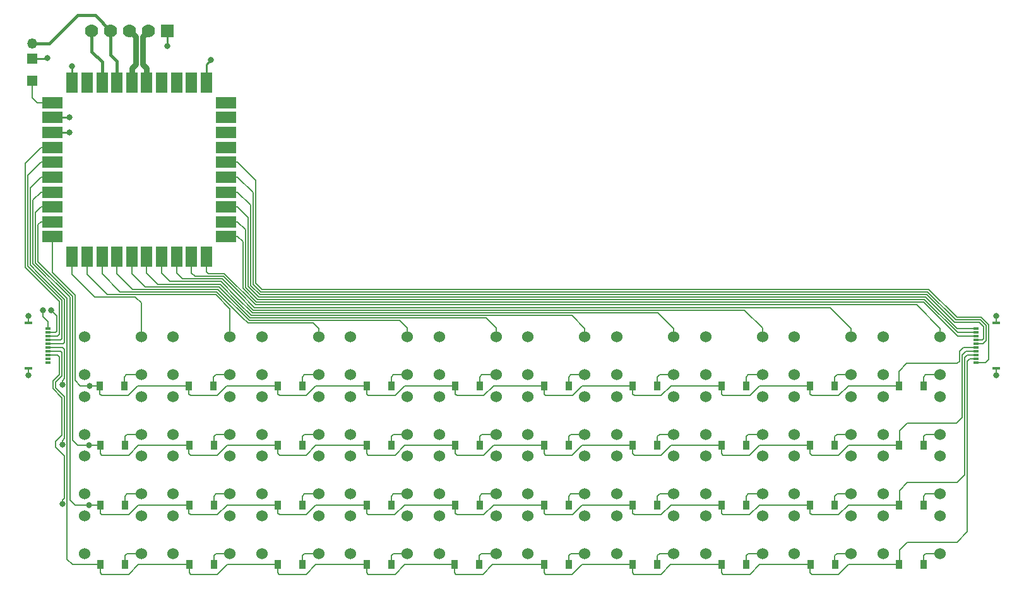
<source format=gbr>
%TF.GenerationSoftware,KiCad,Pcbnew,(6.0.4)*%
%TF.CreationDate,2022-10-14T21:38:42-05:00*%
%TF.ProjectId,Calculator_PCB _V2,43616c63-756c-4617-946f-725f50434220,rev?*%
%TF.SameCoordinates,Original*%
%TF.FileFunction,Copper,L2,Bot*%
%TF.FilePolarity,Positive*%
%FSLAX46Y46*%
G04 Gerber Fmt 4.6, Leading zero omitted, Abs format (unit mm)*
G04 Created by KiCad (PCBNEW (6.0.4)) date 2022-10-14 21:38:42*
%MOMM*%
%LPD*%
G01*
G04 APERTURE LIST*
%TA.AperFunction,ComponentPad*%
%ADD10C,1.524000*%
%TD*%
%TA.AperFunction,SMDPad,CuDef*%
%ADD11R,0.900000X1.200000*%
%TD*%
%TA.AperFunction,SMDPad,CuDef*%
%ADD12R,0.700000X0.300000*%
%TD*%
%TA.AperFunction,SMDPad,CuDef*%
%ADD13R,1.000000X0.300000*%
%TD*%
%TA.AperFunction,ComponentPad*%
%ADD14R,1.350000X1.350000*%
%TD*%
%TA.AperFunction,SMDPad,CuDef*%
%ADD15R,2.800000X1.500000*%
%TD*%
%TA.AperFunction,SMDPad,CuDef*%
%ADD16R,1.500000X2.800000*%
%TD*%
%TA.AperFunction,ComponentPad*%
%ADD17O,1.350000X1.350000*%
%TD*%
%TA.AperFunction,ComponentPad*%
%ADD18R,1.778000X1.778000*%
%TD*%
%TA.AperFunction,ComponentPad*%
%ADD19C,1.778000*%
%TD*%
%TA.AperFunction,ViaPad*%
%ADD20C,0.800000*%
%TD*%
%TA.AperFunction,Conductor*%
%ADD21C,0.800000*%
%TD*%
%TA.AperFunction,Conductor*%
%ADD22C,0.250000*%
%TD*%
%TA.AperFunction,Conductor*%
%ADD23C,0.200000*%
%TD*%
%TA.AperFunction,Conductor*%
%ADD24C,0.150000*%
%TD*%
%TA.AperFunction,Conductor*%
%ADD25C,0.400000*%
%TD*%
G04 APERTURE END LIST*
D10*
%TO.P,SW12,1,A*%
%TO.N,Net-(D12-Pad2)*%
X110090000Y-138540000D03*
X117710000Y-138540000D03*
%TO.P,SW12,2,B*%
%TO.N,/Col5*%
X117710000Y-133460000D03*
X110090000Y-133460000D03*
%TD*%
%TO.P,SW39,1,A*%
%TO.N,Net-(D39-Pad2)*%
X201010000Y-130540000D03*
X193390000Y-130540000D03*
%TO.P,SW39,2,B*%
%TO.N,/Col12*%
X201010000Y-125460000D03*
X193390000Y-125460000D03*
%TD*%
%TO.P,SW2,1,A*%
%TO.N,Net-(D2-Pad2)*%
X93910000Y-122540000D03*
X86290000Y-122540000D03*
%TO.P,SW2,2,B*%
%TO.N,/Col3*%
X86290000Y-117460000D03*
X93910000Y-117460000D03*
%TD*%
%TO.P,SW30,1,A*%
%TO.N,Net-(D30-Pad2)*%
X177210000Y-122540000D03*
X169590000Y-122540000D03*
%TO.P,SW30,2,B*%
%TO.N,/Col10*%
X169590000Y-117460000D03*
X177210000Y-117460000D03*
%TD*%
%TO.P,SW1,1,A*%
%TO.N,Net-(D1-Pad2)*%
X93910000Y-114540000D03*
X86290000Y-114540000D03*
%TO.P,SW1,2,B*%
%TO.N,/Col3*%
X86290000Y-109460000D03*
X93910000Y-109460000D03*
%TD*%
%TO.P,SW4,1,A*%
%TO.N,Net-(D4-Pad2)*%
X86290000Y-138540000D03*
X93910000Y-138540000D03*
%TO.P,SW4,2,B*%
%TO.N,/Col3*%
X86290000Y-133460000D03*
X93910000Y-133460000D03*
%TD*%
%TO.P,SW8,1,A*%
%TO.N,Net-(D8-Pad2)*%
X105810000Y-138540000D03*
X98190000Y-138540000D03*
%TO.P,SW8,2,B*%
%TO.N,/Col4*%
X98190000Y-133460000D03*
X105810000Y-133460000D03*
%TD*%
%TO.P,SW33,1,A*%
%TO.N,Net-(D33-Pad2)*%
X189110000Y-114540000D03*
X181490000Y-114540000D03*
%TO.P,SW33,2,B*%
%TO.N,/Col11*%
X181490000Y-109460000D03*
X189110000Y-109460000D03*
%TD*%
%TO.P,SW26,1,A*%
%TO.N,Net-(D26-Pad2)*%
X157690000Y-122540000D03*
X165310000Y-122540000D03*
%TO.P,SW26,2,B*%
%TO.N,/Col9*%
X165310000Y-117460000D03*
X157690000Y-117460000D03*
%TD*%
%TO.P,SW6,1,A*%
%TO.N,Net-(D6-Pad2)*%
X105810000Y-122540000D03*
X98190000Y-122540000D03*
%TO.P,SW6,2,B*%
%TO.N,/Col4*%
X105810000Y-117460000D03*
X98190000Y-117460000D03*
%TD*%
%TO.P,SW17,1,A*%
%TO.N,Net-(D17-Pad2)*%
X141510000Y-114540000D03*
X133890000Y-114540000D03*
%TO.P,SW17,2,B*%
%TO.N,/Col7*%
X133890000Y-109460000D03*
X141510000Y-109460000D03*
%TD*%
%TO.P,SW11,1,A*%
%TO.N,Net-(D11-Pad2)*%
X117710000Y-130540000D03*
X110090000Y-130540000D03*
%TO.P,SW11,2,B*%
%TO.N,/Col5*%
X117710000Y-125460000D03*
X110090000Y-125460000D03*
%TD*%
%TO.P,SW20,1,A*%
%TO.N,Net-(D20-Pad2)*%
X133890000Y-138540000D03*
X141510000Y-138540000D03*
%TO.P,SW20,2,B*%
%TO.N,/Col7*%
X141510000Y-133460000D03*
X133890000Y-133460000D03*
%TD*%
%TO.P,SW10,1,A*%
%TO.N,Net-(D10-Pad2)*%
X117710000Y-122540000D03*
X110090000Y-122540000D03*
%TO.P,SW10,2,B*%
%TO.N,/Col5*%
X117710000Y-117460000D03*
X110090000Y-117460000D03*
%TD*%
%TO.P,SW23,1,A*%
%TO.N,Net-(D23-Pad2)*%
X145790000Y-130540000D03*
X153410000Y-130540000D03*
%TO.P,SW23,2,B*%
%TO.N,/Col8*%
X153410000Y-125460000D03*
X145790000Y-125460000D03*
%TD*%
%TO.P,SW16,1,A*%
%TO.N,Net-(D16-Pad2)*%
X129610000Y-138540000D03*
X121990000Y-138540000D03*
%TO.P,SW16,2,B*%
%TO.N,/Col6*%
X121990000Y-133460000D03*
X129610000Y-133460000D03*
%TD*%
%TO.P,SW36,1,A*%
%TO.N,Net-(D36-Pad2)*%
X189110000Y-138540000D03*
X181490000Y-138540000D03*
%TO.P,SW36,2,B*%
%TO.N,/Col11*%
X189110000Y-133460000D03*
X181490000Y-133460000D03*
%TD*%
%TO.P,SW28,1,A*%
%TO.N,Net-(D28-Pad2)*%
X165310000Y-138540000D03*
X157690000Y-138540000D03*
%TO.P,SW28,2,B*%
%TO.N,/Col9*%
X157690000Y-133460000D03*
X165310000Y-133460000D03*
%TD*%
%TO.P,SW14,1,A*%
%TO.N,Net-(D14-Pad2)*%
X121990000Y-122540000D03*
X129610000Y-122540000D03*
%TO.P,SW14,2,B*%
%TO.N,/Col6*%
X121990000Y-117460000D03*
X129610000Y-117460000D03*
%TD*%
%TO.P,SW25,1,A*%
%TO.N,Net-(D25-Pad2)*%
X157690000Y-114540000D03*
X165310000Y-114540000D03*
%TO.P,SW25,2,B*%
%TO.N,/Col9*%
X157690000Y-109460000D03*
X165310000Y-109460000D03*
%TD*%
%TO.P,SW3,1,A*%
%TO.N,Net-(D3-Pad2)*%
X86290000Y-130540000D03*
X93910000Y-130540000D03*
%TO.P,SW3,2,B*%
%TO.N,/Col3*%
X93910000Y-125460000D03*
X86290000Y-125460000D03*
%TD*%
%TO.P,SW37,1,A*%
%TO.N,Net-(D37-Pad2)*%
X201010000Y-114540000D03*
X193390000Y-114540000D03*
%TO.P,SW37,2,B*%
%TO.N,/Col12*%
X193390000Y-109460000D03*
X201010000Y-109460000D03*
%TD*%
%TO.P,SW22,1,A*%
%TO.N,Net-(D22-Pad2)*%
X153410000Y-122540000D03*
X145790000Y-122540000D03*
%TO.P,SW22,2,B*%
%TO.N,/Col8*%
X145790000Y-117460000D03*
X153410000Y-117460000D03*
%TD*%
%TO.P,SW34,1,A*%
%TO.N,Net-(D34-Pad2)*%
X189110000Y-122540000D03*
X181490000Y-122540000D03*
%TO.P,SW34,2,B*%
%TO.N,/Col11*%
X189110000Y-117460000D03*
X181490000Y-117460000D03*
%TD*%
%TO.P,SW31,1,A*%
%TO.N,Net-(D31-Pad2)*%
X169590000Y-130540000D03*
X177210000Y-130540000D03*
%TO.P,SW31,2,B*%
%TO.N,/Col10*%
X169590000Y-125460000D03*
X177210000Y-125460000D03*
%TD*%
%TO.P,SW21,1,A*%
%TO.N,Net-(D21-Pad2)*%
X153410000Y-114540000D03*
X145790000Y-114540000D03*
%TO.P,SW21,2,B*%
%TO.N,/Col8*%
X145790000Y-109460000D03*
X153410000Y-109460000D03*
%TD*%
%TO.P,SW38,1,A*%
%TO.N,Net-(D38-Pad2)*%
X201010000Y-122540000D03*
X193390000Y-122540000D03*
%TO.P,SW38,2,B*%
%TO.N,/Col12*%
X201010000Y-117460000D03*
X193390000Y-117460000D03*
%TD*%
%TO.P,SW32,1,A*%
%TO.N,Net-(D32-Pad2)*%
X177210000Y-138540000D03*
X169590000Y-138540000D03*
%TO.P,SW32,2,B*%
%TO.N,/Col10*%
X177210000Y-133460000D03*
X169590000Y-133460000D03*
%TD*%
%TO.P,SW7,1,A*%
%TO.N,Net-(D7-Pad2)*%
X105810000Y-130540000D03*
X98190000Y-130540000D03*
%TO.P,SW7,2,B*%
%TO.N,/Col4*%
X98190000Y-125460000D03*
X105810000Y-125460000D03*
%TD*%
%TO.P,SW9,1,A*%
%TO.N,Net-(D9-Pad2)*%
X117710000Y-114540000D03*
X110090000Y-114540000D03*
%TO.P,SW9,2,B*%
%TO.N,/Col5*%
X117710000Y-109460000D03*
X110090000Y-109460000D03*
%TD*%
%TO.P,SW13,1,A*%
%TO.N,Net-(D13-Pad2)*%
X121990000Y-114540000D03*
X129610000Y-114540000D03*
%TO.P,SW13,2,B*%
%TO.N,/Col6*%
X129610000Y-109460000D03*
X121990000Y-109460000D03*
%TD*%
%TO.P,SW18,1,A*%
%TO.N,Net-(D18-Pad2)*%
X133890000Y-122540000D03*
X141510000Y-122540000D03*
%TO.P,SW18,2,B*%
%TO.N,/Col7*%
X141510000Y-117460000D03*
X133890000Y-117460000D03*
%TD*%
%TO.P,SW15,1,A*%
%TO.N,Net-(D15-Pad2)*%
X129610000Y-130540000D03*
X121990000Y-130540000D03*
%TO.P,SW15,2,B*%
%TO.N,/Col6*%
X129610000Y-125460000D03*
X121990000Y-125460000D03*
%TD*%
%TO.P,SW5,1,A*%
%TO.N,Net-(D5-Pad2)*%
X105810000Y-114540000D03*
X98190000Y-114540000D03*
%TO.P,SW5,2,B*%
%TO.N,/Col4*%
X98190000Y-109460000D03*
X105810000Y-109460000D03*
%TD*%
%TO.P,SW35,1,A*%
%TO.N,Net-(D35-Pad2)*%
X189110000Y-130540000D03*
X181490000Y-130540000D03*
%TO.P,SW35,2,B*%
%TO.N,/Col11*%
X189110000Y-125460000D03*
X181490000Y-125460000D03*
%TD*%
%TO.P,SW27,1,A*%
%TO.N,Net-(D27-Pad2)*%
X157690000Y-130540000D03*
X165310000Y-130540000D03*
%TO.P,SW27,2,B*%
%TO.N,/Col9*%
X165310000Y-125460000D03*
X157690000Y-125460000D03*
%TD*%
%TO.P,SW24,1,A*%
%TO.N,Net-(D24-Pad2)*%
X153410000Y-138540000D03*
X145790000Y-138540000D03*
%TO.P,SW24,2,B*%
%TO.N,/Col8*%
X153410000Y-133460000D03*
X145790000Y-133460000D03*
%TD*%
%TO.P,SW29,1,A*%
%TO.N,Net-(D29-Pad2)*%
X169590000Y-114540000D03*
X177210000Y-114540000D03*
%TO.P,SW29,2,B*%
%TO.N,/Col10*%
X177210000Y-109460000D03*
X169590000Y-109460000D03*
%TD*%
%TO.P,SW40,1,A*%
%TO.N,Net-(D40-Pad2)*%
X201010000Y-138540000D03*
X193390000Y-138540000D03*
%TO.P,SW40,2,B*%
%TO.N,/Col12*%
X201010000Y-133460000D03*
X193390000Y-133460000D03*
%TD*%
%TO.P,SW19,1,A*%
%TO.N,Net-(D19-Pad2)*%
X141510000Y-130540000D03*
X133890000Y-130540000D03*
%TO.P,SW19,2,B*%
%TO.N,/Col7*%
X133890000Y-125460000D03*
X141510000Y-125460000D03*
%TD*%
D11*
%TO.P,D26,1,K*%
%TO.N,/Row4*%
X159850000Y-124002800D03*
%TO.P,D26,2,A*%
%TO.N,Net-(D26-Pad2)*%
X163150000Y-124002800D03*
%TD*%
%TO.P,D35,1,K*%
%TO.N,/Row5*%
X183643000Y-132003800D03*
%TO.P,D35,2,A*%
%TO.N,Net-(D35-Pad2)*%
X186943000Y-132003800D03*
%TD*%
%TO.P,D21,1,K*%
%TO.N,/Row3*%
X147950000Y-116001800D03*
%TO.P,D21,2,A*%
%TO.N,Net-(D21-Pad2)*%
X151250000Y-116001800D03*
%TD*%
D12*
%TO.P,J2,1,1*%
%TO.N,unconnected-(J2-Pad1)*%
X81430000Y-112860000D03*
%TO.P,J2,2,2*%
%TO.N,unconnected-(J2-Pad2)*%
X81430000Y-112360000D03*
%TO.P,J2,3,3*%
%TO.N,/Row5*%
X81430000Y-111860000D03*
%TO.P,J2,4,4*%
%TO.N,/Row4*%
X81430000Y-111360000D03*
%TO.P,J2,5,5*%
%TO.N,/Row3*%
X81430000Y-110860000D03*
%TO.P,J2,6,6*%
%TO.N,/Col0*%
X81430000Y-110360000D03*
%TO.P,J2,7,7*%
%TO.N,/Col1*%
X81430000Y-109860000D03*
%TO.P,J2,8,8*%
%TO.N,/Col2*%
X81430000Y-109360000D03*
%TO.P,J2,9,9*%
%TO.N,/x_out*%
X81430000Y-108860000D03*
%TO.P,J2,10,10*%
%TO.N,/y_out*%
X81430000Y-108360000D03*
D13*
%TO.P,J2,S1,SHIELD*%
%TO.N,GND*%
X78780000Y-113650000D03*
%TO.P,J2,S2,SHIELD*%
X78780000Y-107570000D03*
%TD*%
D11*
%TO.P,D31,1,K*%
%TO.N,/Row5*%
X171750000Y-132003800D03*
%TO.P,D31,2,A*%
%TO.N,Net-(D31-Pad2)*%
X175050000Y-132003800D03*
%TD*%
%TO.P,D40,1,K*%
%TO.N,/Row6*%
X195550000Y-140004800D03*
%TO.P,D40,2,A*%
%TO.N,Net-(D40-Pad2)*%
X198850000Y-140004800D03*
%TD*%
%TO.P,D10,1,K*%
%TO.N,/Row4*%
X112243600Y-124002800D03*
%TO.P,D10,2,A*%
%TO.N,Net-(D10-Pad2)*%
X115543600Y-124002800D03*
%TD*%
%TO.P,D8,1,K*%
%TO.N,/Row6*%
X100350000Y-140004800D03*
%TO.P,D8,2,A*%
%TO.N,Net-(D8-Pad2)*%
X103650000Y-140004800D03*
%TD*%
%TO.P,D20,1,K*%
%TO.N,/Row6*%
X135941800Y-140004800D03*
%TO.P,D20,2,A*%
%TO.N,Net-(D20-Pad2)*%
X139241800Y-140004800D03*
%TD*%
%TO.P,D30,1,K*%
%TO.N,/Row4*%
X171750000Y-124002800D03*
%TO.P,D30,2,A*%
%TO.N,Net-(D30-Pad2)*%
X175050000Y-124002800D03*
%TD*%
%TO.P,D28,1,K*%
%TO.N,/Row6*%
X159843200Y-140004800D03*
%TO.P,D28,2,A*%
%TO.N,Net-(D28-Pad2)*%
X163143200Y-140004800D03*
%TD*%
%TO.P,D13,1,K*%
%TO.N,/Row3*%
X124150000Y-116001800D03*
%TO.P,D13,2,A*%
%TO.N,Net-(D13-Pad2)*%
X127450000Y-116001800D03*
%TD*%
%TO.P,D3,1,K*%
%TO.N,/Row5*%
X88450000Y-132003800D03*
%TO.P,D3,2,A*%
%TO.N,Net-(D3-Pad2)*%
X91750000Y-132003800D03*
%TD*%
%TO.P,D33,1,K*%
%TO.N,/Row3*%
X183643000Y-116001800D03*
%TO.P,D33,2,A*%
%TO.N,Net-(D33-Pad2)*%
X186943000Y-116001800D03*
%TD*%
%TO.P,D4,1,K*%
%TO.N,/Row6*%
X88443800Y-140004800D03*
%TO.P,D4,2,A*%
%TO.N,Net-(D4-Pad2)*%
X91743800Y-140004800D03*
%TD*%
D14*
%TO.P,REF\u002A\u002A,1*%
%TO.N,/Row0*%
X79300000Y-75050000D03*
%TD*%
D11*
%TO.P,D2,1,K*%
%TO.N,/Row4*%
X88450000Y-124002800D03*
%TO.P,D2,2,A*%
%TO.N,Net-(D2-Pad2)*%
X91750000Y-124002800D03*
%TD*%
D15*
%TO.P,U1,1,GPIO0*%
%TO.N,unconnected-(U1-Pad1)*%
X105300000Y-77990000D03*
%TO.P,U1,2,GPIO1*%
%TO.N,unconnected-(U1-Pad2)*%
X105300000Y-79990000D03*
%TO.P,U1,3,GPIO2*%
%TO.N,unconnected-(U1-Pad3)*%
X105300000Y-81990000D03*
%TO.P,U1,4,GPIO3*%
%TO.N,unconnected-(U1-Pad4)*%
X105300000Y-83990000D03*
%TO.P,U1,5,GPIO4*%
%TO.N,/Row7*%
X105300000Y-85990000D03*
%TO.P,U1,6,GPIO5*%
%TO.N,/Row2*%
X105300000Y-87990000D03*
%TO.P,U1,7,GPIO6*%
%TO.N,/Row1*%
X105300000Y-89990000D03*
%TO.P,U1,8,GPIO7*%
%TO.N,/Col15*%
X105300000Y-91990000D03*
%TO.P,U1,9,GPIO8*%
%TO.N,/Col14*%
X105300000Y-93990000D03*
%TO.P,U1,10,GPIO9*%
%TO.N,/Col13*%
X105300000Y-95990000D03*
D16*
%TO.P,U1,11,GPIO10*%
%TO.N,/Col12*%
X102650000Y-98640000D03*
%TO.P,U1,12,GPIO11*%
%TO.N,/Col11*%
X100650000Y-98640000D03*
%TO.P,U1,13,GPIO12*%
%TO.N,/Col10*%
X98650000Y-98640000D03*
%TO.P,U1,14,GPIO13*%
%TO.N,/Col9*%
X96650000Y-98640000D03*
%TO.P,U1,15,GPIO14*%
%TO.N,/Col8*%
X94650000Y-98640000D03*
%TO.P,U1,16,GPIO15*%
%TO.N,/Col7*%
X92650000Y-98640000D03*
%TO.P,U1,17,GPIO16*%
%TO.N,/Col6*%
X90650000Y-98640000D03*
%TO.P,U1,18,GPIO17*%
%TO.N,/Col5*%
X88650000Y-98640000D03*
%TO.P,U1,19,GPIO18*%
%TO.N,/Col4*%
X86650000Y-98640000D03*
%TO.P,U1,20,GPIO19*%
%TO.N,/Col3*%
X84650000Y-98640000D03*
D15*
%TO.P,U1,21,GPIO20*%
%TO.N,/Row3*%
X82000000Y-95990000D03*
%TO.P,U1,22,GPIO21*%
%TO.N,/Row4*%
X82000000Y-93990000D03*
%TO.P,U1,23,GPIO22*%
%TO.N,/Row5*%
X82000000Y-91990000D03*
%TO.P,U1,24,GPIO23*%
%TO.N,/Row6*%
X82000000Y-89990000D03*
%TO.P,U1,25,GPIO24*%
%TO.N,/Col0*%
X82000000Y-87990000D03*
%TO.P,U1,26,GPIO25*%
%TO.N,/Col1*%
X82000000Y-85990000D03*
%TO.P,U1,27,GPIO26*%
%TO.N,/Col2*%
X82000000Y-83990000D03*
%TO.P,U1,28,GPIO27*%
%TO.N,/y_out*%
X82000000Y-81990000D03*
%TO.P,U1,29,GPIO28*%
%TO.N,/x_out*%
X82000000Y-79990000D03*
%TO.P,U1,30,GPIO29*%
%TO.N,/Row0*%
X82000000Y-77990000D03*
D16*
%TO.P,U1,31,GND*%
%TO.N,GND*%
X84650000Y-75340000D03*
%TO.P,U1,32,VBAT*%
%TO.N,unconnected-(U1-Pad32)*%
X86650000Y-75340000D03*
%TO.P,U1,33,5V*%
%TO.N,VBUS*%
X88650000Y-75340000D03*
%TO.P,U1,34,3.3V*%
%TO.N,+3V3*%
X90650000Y-75340000D03*
%TO.P,U1,35,USB_D-*%
%TO.N,/USB_D-*%
X92650000Y-75340000D03*
%TO.P,U1,36,USB_D+*%
%TO.N,/USB_D+*%
X94650000Y-75340000D03*
%TO.P,U1,37,SWDIO*%
%TO.N,unconnected-(U1-Pad37)*%
X96650000Y-75340000D03*
%TO.P,U1,38,SWCLK*%
%TO.N,unconnected-(U1-Pad38)*%
X98650000Y-75340000D03*
%TO.P,U1,39,~{RESET}*%
%TO.N,unconnected-(U1-Pad39)*%
X100650000Y-75340000D03*
%TO.P,U1,40,BOOTSEL*%
%TO.N,/USB_BOOT*%
X102650000Y-75340000D03*
%TD*%
D11*
%TO.P,D25,1,K*%
%TO.N,/Row3*%
X159850000Y-116001800D03*
%TO.P,D25,2,A*%
%TO.N,Net-(D25-Pad2)*%
X163150000Y-116001800D03*
%TD*%
%TO.P,D39,1,K*%
%TO.N,/Row5*%
X195550000Y-132003800D03*
%TO.P,D39,2,A*%
%TO.N,Net-(D39-Pad2)*%
X198850000Y-132003800D03*
%TD*%
%TO.P,D36,1,K*%
%TO.N,/Row6*%
X183650000Y-140004800D03*
%TO.P,D36,2,A*%
%TO.N,Net-(D36-Pad2)*%
X186950000Y-140004800D03*
%TD*%
D12*
%TO.P,J3,1,1*%
%TO.N,/Col15*%
X205900000Y-108360000D03*
%TO.P,J3,2,2*%
%TO.N,/Col14*%
X205900000Y-108860000D03*
%TO.P,J3,3,3*%
%TO.N,/Col13*%
X205900000Y-109360000D03*
%TO.P,J3,4,4*%
%TO.N,/Row1*%
X205900000Y-109860000D03*
%TO.P,J3,5,5*%
%TO.N,/Row2*%
X205900000Y-110360000D03*
%TO.P,J3,6,6*%
%TO.N,/Row3*%
X205900000Y-110860000D03*
%TO.P,J3,7,7*%
%TO.N,/Row4*%
X205900000Y-111360000D03*
%TO.P,J3,8,8*%
%TO.N,/Row5*%
X205900000Y-111860000D03*
%TO.P,J3,9,9*%
%TO.N,/Row6*%
X205900000Y-112360000D03*
%TO.P,J3,10,10*%
%TO.N,/Row7*%
X205900000Y-112860000D03*
D13*
%TO.P,J3,S1,SHIELD*%
%TO.N,GND*%
X208550000Y-107570000D03*
%TO.P,J3,S2,SHIELD*%
X208550000Y-113650000D03*
%TD*%
D11*
%TO.P,D37,1,K*%
%TO.N,/Row3*%
X195550000Y-116001800D03*
%TO.P,D37,2,A*%
%TO.N,Net-(D37-Pad2)*%
X198850000Y-116001800D03*
%TD*%
%TO.P,D19,1,K*%
%TO.N,/Row5*%
X136050000Y-132003800D03*
%TO.P,D19,2,A*%
%TO.N,Net-(D19-Pad2)*%
X139350000Y-132003800D03*
%TD*%
%TO.P,D6,1,K*%
%TO.N,/Row4*%
X100350000Y-124002800D03*
%TO.P,D6,2,A*%
%TO.N,Net-(D6-Pad2)*%
X103650000Y-124002800D03*
%TD*%
%TO.P,D27,1,K*%
%TO.N,/Row5*%
X159850000Y-132003800D03*
%TO.P,D27,2,A*%
%TO.N,Net-(D27-Pad2)*%
X163150000Y-132003800D03*
%TD*%
%TO.P,D17,1,K*%
%TO.N,/Row3*%
X136043400Y-116001800D03*
%TO.P,D17,2,A*%
%TO.N,Net-(D17-Pad2)*%
X139343400Y-116001800D03*
%TD*%
D14*
%TO.P,REF\u002A\u002A,1*%
%TO.N,GND*%
X79300000Y-72040000D03*
D17*
%TO.P,REF\u002A\u002A,2*%
%TO.N,+3V3*%
X79300000Y-70040000D03*
%TD*%
D11*
%TO.P,D15,1,K*%
%TO.N,/Row5*%
X124150000Y-132003800D03*
%TO.P,D15,2,A*%
%TO.N,Net-(D15-Pad2)*%
X127450000Y-132003800D03*
%TD*%
%TO.P,D23,1,K*%
%TO.N,/Row5*%
X147950000Y-132003800D03*
%TO.P,D23,2,A*%
%TO.N,Net-(D23-Pad2)*%
X151250000Y-132003800D03*
%TD*%
%TO.P,D5,1,K*%
%TO.N,/Row3*%
X100331000Y-116001800D03*
%TO.P,D5,2,A*%
%TO.N,Net-(D5-Pad2)*%
X103631000Y-116001800D03*
%TD*%
%TO.P,D32,1,K*%
%TO.N,/Row6*%
X171750000Y-140004800D03*
%TO.P,D32,2,A*%
%TO.N,Net-(D32-Pad2)*%
X175050000Y-140004800D03*
%TD*%
%TO.P,D11,1,K*%
%TO.N,/Row5*%
X112243600Y-132003800D03*
%TO.P,D11,2,A*%
%TO.N,Net-(D11-Pad2)*%
X115543600Y-132003800D03*
%TD*%
%TO.P,D24,1,K*%
%TO.N,/Row6*%
X147950000Y-140004800D03*
%TO.P,D24,2,A*%
%TO.N,Net-(D24-Pad2)*%
X151250000Y-140004800D03*
%TD*%
D18*
%TO.P,JP1,1,1*%
%TO.N,GND*%
X97430000Y-68340000D03*
D19*
%TO.P,JP1,2,2*%
%TO.N,/USB_D+*%
X94890000Y-68340000D03*
%TO.P,JP1,3,3*%
%TO.N,/USB_D-*%
X92350000Y-68340000D03*
%TO.P,JP1,4,4*%
%TO.N,+3V3*%
X89810000Y-68340000D03*
%TO.P,JP1,5,5*%
%TO.N,VBUS*%
X87270000Y-68340000D03*
%TD*%
D11*
%TO.P,D29,1,K*%
%TO.N,/Row3*%
X171750000Y-116001800D03*
%TO.P,D29,2,A*%
%TO.N,Net-(D29-Pad2)*%
X175050000Y-116001800D03*
%TD*%
%TO.P,D1,1,K*%
%TO.N,/Row3*%
X88367600Y-116001800D03*
%TO.P,D1,2,A*%
%TO.N,Net-(D1-Pad2)*%
X91667600Y-116001800D03*
%TD*%
%TO.P,D14,1,K*%
%TO.N,/Row4*%
X124150000Y-124002800D03*
%TO.P,D14,2,A*%
%TO.N,Net-(D14-Pad2)*%
X127450000Y-124002800D03*
%TD*%
%TO.P,D34,1,K*%
%TO.N,/Row4*%
X183643000Y-124002800D03*
%TO.P,D34,2,A*%
%TO.N,Net-(D34-Pad2)*%
X186943000Y-124002800D03*
%TD*%
%TO.P,D38,1,K*%
%TO.N,/Row4*%
X195550000Y-124002800D03*
%TO.P,D38,2,A*%
%TO.N,Net-(D38-Pad2)*%
X198850000Y-124002800D03*
%TD*%
%TO.P,D18,1,K*%
%TO.N,/Row4*%
X136050000Y-124002800D03*
%TO.P,D18,2,A*%
%TO.N,Net-(D18-Pad2)*%
X139350000Y-124002800D03*
%TD*%
%TO.P,D22,1,K*%
%TO.N,/Row4*%
X147950000Y-124002800D03*
%TO.P,D22,2,A*%
%TO.N,Net-(D22-Pad2)*%
X151250000Y-124002800D03*
%TD*%
%TO.P,D12,1,K*%
%TO.N,/Row6*%
X112243600Y-140004800D03*
%TO.P,D12,2,A*%
%TO.N,Net-(D12-Pad2)*%
X115543600Y-140004800D03*
%TD*%
%TO.P,D7,1,K*%
%TO.N,/Row5*%
X100350000Y-132003800D03*
%TO.P,D7,2,A*%
%TO.N,Net-(D7-Pad2)*%
X103650000Y-132003800D03*
%TD*%
%TO.P,D16,1,K*%
%TO.N,/Row6*%
X124150000Y-140004800D03*
%TO.P,D16,2,A*%
%TO.N,Net-(D16-Pad2)*%
X127450000Y-140004800D03*
%TD*%
%TO.P,D9,1,K*%
%TO.N,/Row3*%
X112243600Y-116001800D03*
%TO.P,D9,2,A*%
%TO.N,Net-(D9-Pad2)*%
X115543600Y-116001800D03*
%TD*%
D20*
%TO.N,/USB_BOOT*%
X103240000Y-72250000D03*
%TO.N,GND*%
X208550000Y-106660000D03*
X78780000Y-114560000D03*
X84650000Y-73080000D03*
X81290000Y-72030000D03*
X208550000Y-114560000D03*
X78780000Y-106660000D03*
X97430000Y-70380000D03*
%TO.N,/Row4*%
X83316940Y-123880000D03*
X86937200Y-124002800D03*
%TO.N,/Row5*%
X83315981Y-131880000D03*
X86940000Y-132000000D03*
%TO.N,/Row3*%
X86958200Y-116001800D03*
X83316940Y-115880000D03*
%TO.N,/y_out*%
X84250000Y-81990000D03*
X80750000Y-105830000D03*
%TO.N,/x_out*%
X81810000Y-105830000D03*
X84250000Y-79990000D03*
%TD*%
D21*
%TO.N,/USB_D-*%
X92650000Y-73325000D02*
X93145000Y-72830000D01*
X92350000Y-68340000D02*
X93145000Y-69135000D01*
X92650000Y-75340000D02*
X92650000Y-73325000D01*
X93145000Y-69135000D02*
X93145000Y-72830000D01*
%TO.N,/USB_D+*%
X94890000Y-68340000D02*
X94095000Y-69135000D01*
X94650000Y-75340000D02*
X94650000Y-73385000D01*
X94095000Y-69135000D02*
X94095000Y-72830000D01*
X94650000Y-73385000D02*
X94095000Y-72830000D01*
D22*
%TO.N,/USB_BOOT*%
X102650000Y-75340000D02*
X102650000Y-72840000D01*
X102650000Y-72840000D02*
X103240000Y-72250000D01*
D23*
%TO.N,GND*%
X78780000Y-106840000D02*
X78780000Y-106660000D01*
X208550000Y-107570000D02*
X208550000Y-106840000D01*
D22*
X81280000Y-72040000D02*
X81290000Y-72030000D01*
X79300000Y-72040000D02*
X81280000Y-72040000D01*
X84650000Y-75340000D02*
X84650000Y-73080000D01*
D23*
X78780000Y-107570000D02*
X78780000Y-106840000D01*
X78780000Y-113650000D02*
X78780000Y-114380000D01*
X208550000Y-113650000D02*
X208550000Y-114380000D01*
D22*
X97430000Y-68340000D02*
X97430000Y-70380000D01*
D24*
%TO.N,/Row4*%
X112293400Y-124002800D02*
X105434400Y-124002800D01*
X148131800Y-125323600D02*
X147928600Y-125120400D01*
X183692800Y-124002800D02*
X176833800Y-124002800D01*
X195600000Y-122038200D02*
X196640000Y-120998200D01*
X100407200Y-124002800D02*
X93548200Y-124002800D01*
X84690480Y-103964776D02*
X84690480Y-123300480D01*
X80070000Y-99344296D02*
X84690480Y-103964776D01*
X203268500Y-120998200D02*
X203999520Y-120267180D01*
X164946600Y-124002800D02*
X163625800Y-125323600D01*
X88443800Y-125119400D02*
X88443800Y-124002800D01*
X203999519Y-111860481D02*
X204500000Y-111360000D01*
X82430000Y-116250000D02*
X82430000Y-115530000D01*
X171729400Y-125119400D02*
X171729400Y-124002800D01*
X93548200Y-124002800D02*
X92227400Y-125323600D01*
X84820000Y-123430000D02*
X85392800Y-124002800D01*
X88646000Y-125323600D02*
X88442800Y-125120400D01*
X100532200Y-125323600D02*
X100329000Y-125120400D01*
X151713200Y-125323600D02*
X148131800Y-125323600D01*
X153034000Y-124002800D02*
X151713200Y-125323600D01*
X84690480Y-123300480D02*
X84820000Y-123430000D01*
X204500000Y-111360000D02*
X205900000Y-111360000D01*
X171931600Y-125323600D02*
X171728400Y-125120400D01*
X83316940Y-123880000D02*
X83316940Y-123383060D01*
X195600000Y-124000000D02*
X195600000Y-122038200D01*
X136118600Y-124003300D02*
X129259600Y-124003300D01*
X92227400Y-125323600D02*
X88646000Y-125323600D01*
X117347500Y-124002800D02*
X116026700Y-125323600D01*
X188746400Y-124002800D02*
X187425600Y-125323600D01*
X83316940Y-123383060D02*
X83641920Y-123058080D01*
X159842200Y-125119400D02*
X159842200Y-124002800D01*
X112445300Y-125323600D02*
X112242100Y-125120400D01*
X139826000Y-125323600D02*
X136244600Y-125323600D01*
X124206500Y-124002800D02*
X117347500Y-124002800D01*
X104113600Y-125323600D02*
X100532200Y-125323600D01*
X105434400Y-124002800D02*
X104113600Y-125323600D01*
X124357400Y-125324100D02*
X124154200Y-125120900D01*
X171805600Y-124002800D02*
X164946600Y-124002800D01*
X127938800Y-125324100D02*
X124357400Y-125324100D01*
X83641920Y-123058080D02*
X83641920Y-117461920D01*
X160044400Y-125323600D02*
X159841200Y-125120400D01*
X187425600Y-125323600D02*
X183844200Y-125323600D01*
X163625800Y-125323600D02*
X160044400Y-125323600D01*
X183642000Y-125119400D02*
X183642000Y-124002800D01*
X88450000Y-124002800D02*
X86937200Y-124002800D01*
X124155200Y-125119900D02*
X124155200Y-124003300D01*
X116026700Y-125323600D02*
X112445300Y-125323600D01*
X203999520Y-120267180D02*
X203999519Y-111860481D01*
X183844200Y-125323600D02*
X183641000Y-125120400D01*
X176833800Y-124002800D02*
X175513000Y-125323600D01*
X84689100Y-123299100D02*
X84820000Y-123430000D01*
X82430000Y-115530000D02*
X83292400Y-114667600D01*
X147929600Y-125119400D02*
X147929600Y-124002800D01*
X83120000Y-111360000D02*
X81430000Y-111360000D01*
X100330000Y-125119400D02*
X100330000Y-124002800D01*
X195605400Y-124002800D02*
X188746400Y-124002800D01*
X159893000Y-124002800D02*
X153034000Y-124002800D01*
X148005800Y-124002800D02*
X141146800Y-124002800D01*
X175513000Y-125323600D02*
X171931600Y-125323600D01*
X112243100Y-125119400D02*
X112243100Y-124002800D01*
X80450000Y-93990000D02*
X80070000Y-94370000D01*
X80070000Y-94370000D02*
X80070000Y-99344296D01*
X83641920Y-117461920D02*
X82430000Y-116250000D01*
X136244600Y-125323600D02*
X136041400Y-125120400D01*
X136042400Y-125119400D02*
X136042400Y-124002800D01*
X129259600Y-124003300D02*
X127938800Y-125324100D01*
X85392800Y-124002800D02*
X86937200Y-124002800D01*
X196640000Y-120998200D02*
X203268500Y-120998200D01*
X83292400Y-114667600D02*
X83292400Y-111532400D01*
X83292400Y-111532400D02*
X83120000Y-111360000D01*
X141146800Y-124002800D02*
X139826000Y-125323600D01*
X82000000Y-93990000D02*
X80450000Y-93990000D01*
%TO.N,/Row5*%
X82000000Y-91990000D02*
X80440000Y-91990000D01*
X82430000Y-124250000D02*
X82430000Y-123500000D01*
X196670000Y-128998200D02*
X203298500Y-128998200D01*
X92226400Y-133324600D02*
X88645000Y-133324600D01*
X195630000Y-132000000D02*
X195630000Y-130038200D01*
X153059900Y-132003800D02*
X151739100Y-133324600D01*
X112444800Y-133324600D02*
X112241600Y-133121400D01*
X136042400Y-133120400D02*
X136042400Y-132003800D01*
X183844200Y-133324600D02*
X183641000Y-133121400D01*
X112293400Y-132003800D02*
X105434400Y-132003800D01*
X127913400Y-133324600D02*
X124332000Y-133324600D01*
X84340000Y-131130000D02*
X84340960Y-131129040D01*
X164946600Y-132003800D02*
X163625800Y-133324600D01*
X83640961Y-130880959D02*
X83641920Y-130880000D01*
X105434400Y-132003800D02*
X104113600Y-133324600D01*
X79720001Y-92709999D02*
X79720000Y-93040000D01*
X100532200Y-133324600D02*
X100329000Y-133121400D01*
X195630000Y-130038200D02*
X196670000Y-128998200D01*
X79720480Y-93040480D02*
X79720000Y-93040000D01*
X88450000Y-132003800D02*
X85033800Y-132003800D01*
X83640961Y-131059039D02*
X83640961Y-130880959D01*
X147955500Y-133120400D02*
X147955500Y-132003800D01*
X148157700Y-133324600D02*
X147954500Y-133121400D01*
X83292400Y-117606696D02*
X82080481Y-116394777D01*
X82430000Y-123500000D02*
X83292400Y-122637600D01*
X82080481Y-116394777D02*
X82080480Y-115385225D01*
X183642000Y-133120400D02*
X183642000Y-132003800D01*
X204349040Y-127947660D02*
X204349039Y-112230961D01*
X104113600Y-133324600D02*
X100532200Y-133324600D01*
X203298500Y-128998200D02*
X204349040Y-127947660D01*
X171729400Y-133120400D02*
X171729400Y-132003800D01*
X116026200Y-133324600D02*
X112444800Y-133324600D01*
X141146800Y-132003800D02*
X139826000Y-133324600D01*
X124129800Y-133120400D02*
X124129800Y-132003800D01*
X171805600Y-132003800D02*
X164946600Y-132003800D01*
X83315981Y-131384019D02*
X83640961Y-131059039D01*
X83315981Y-131880000D02*
X83315981Y-131384019D01*
X83641920Y-125461920D02*
X82430000Y-124250000D01*
X82942880Y-112112880D02*
X82690000Y-111860000D01*
X82080480Y-115385225D02*
X82942880Y-114522824D01*
X84340000Y-131310000D02*
X84340000Y-131130000D01*
X176833800Y-132003800D02*
X175513000Y-133324600D01*
X183692800Y-132003800D02*
X176833800Y-132003800D01*
X136093200Y-132003800D02*
X129234200Y-132003800D01*
X85033800Y-132003800D02*
X84340000Y-131310000D01*
X187425600Y-133324600D02*
X183844200Y-133324600D01*
X124332000Y-133324600D02*
X124128800Y-133121400D01*
X195605400Y-132003800D02*
X188746400Y-132003800D01*
X112242600Y-133120400D02*
X112242600Y-132003800D01*
X129234200Y-132003800D02*
X127913400Y-133324600D01*
X188746400Y-132003800D02*
X187425600Y-133324600D01*
X204720000Y-111860000D02*
X205900000Y-111860000D01*
X160044400Y-133324600D02*
X159841200Y-133121400D01*
X151739100Y-133324600D02*
X148157700Y-133324600D01*
X139826000Y-133324600D02*
X136244600Y-133324600D01*
X159918900Y-132003800D02*
X153059900Y-132003800D01*
X163625800Y-133324600D02*
X160044400Y-133324600D01*
X83641920Y-130880000D02*
X83641920Y-125461920D01*
X175513000Y-133324600D02*
X171931600Y-133324600D01*
X84340960Y-104109552D02*
X79720480Y-99489071D01*
X93547200Y-132003800D02*
X92226400Y-133324600D01*
X88442800Y-133120400D02*
X88442800Y-132003800D01*
X79720480Y-99489071D02*
X79720480Y-93040480D01*
X117347000Y-132003800D02*
X116026200Y-133324600D01*
X82690000Y-111860000D02*
X81430000Y-111860000D01*
X204349039Y-112230961D02*
X204720000Y-111860000D01*
X83292400Y-122637600D02*
X83292400Y-117606696D01*
X88645000Y-133324600D02*
X88441800Y-133121400D01*
X124206000Y-132003800D02*
X117347000Y-132003800D01*
X84340960Y-131129040D02*
X84340960Y-104109552D01*
X159842200Y-133120400D02*
X159842200Y-132003800D01*
X80440000Y-91990000D02*
X79720001Y-92709999D01*
X136244600Y-133324600D02*
X136041400Y-133121400D01*
X100330000Y-133120400D02*
X100330000Y-132003800D01*
X148005800Y-132003800D02*
X141146800Y-132003800D01*
X171931600Y-133324600D02*
X171728400Y-133121400D01*
X100406200Y-132003800D02*
X93547200Y-132003800D01*
X82942880Y-114522824D02*
X82942880Y-112112880D01*
%TO.N,/Col10*%
X174780480Y-105840480D02*
X177210000Y-108270000D01*
X108956113Y-105840478D02*
X174780480Y-105840480D01*
X99479040Y-101659040D02*
X104774674Y-101659040D01*
X106984674Y-103869040D02*
X106984677Y-103869040D01*
X104774674Y-101659040D02*
X106984674Y-103869040D01*
X177210000Y-108270000D02*
X177210000Y-109460000D01*
X98650000Y-98640000D02*
X98650000Y-100830000D01*
X106984677Y-103869040D02*
X108956113Y-105840478D01*
X98650000Y-100830000D02*
X99479040Y-101659040D01*
%TO.N,/Col11*%
X107129449Y-103519519D02*
X107129453Y-103519520D01*
X189110000Y-108280000D02*
X189110000Y-109460000D01*
X100650000Y-100850000D02*
X101109520Y-101309520D01*
X107129453Y-103519520D02*
X109100891Y-105490959D01*
X186320960Y-105490960D02*
X189110000Y-108280000D01*
X101109520Y-101309520D02*
X104919450Y-101309520D01*
X104919450Y-101309520D02*
X107129449Y-103519519D01*
X109100891Y-105490959D02*
X186320960Y-105490960D01*
X100650000Y-98640000D02*
X100650000Y-100850000D01*
%TO.N,/Col12*%
X105064226Y-100960000D02*
X109245668Y-105141440D01*
X109245668Y-105141440D02*
X197871440Y-105141440D01*
X102650000Y-100700000D02*
X102910000Y-100960000D01*
X197871440Y-105141440D02*
X201010000Y-108280000D01*
X102650000Y-98640000D02*
X102650000Y-100700000D01*
X102910000Y-100960000D02*
X105064226Y-100960000D01*
X201010000Y-108280000D02*
X201010000Y-109460000D01*
D25*
%TO.N,VBUS*%
X88650000Y-72540000D02*
X87270000Y-71160000D01*
X87270000Y-71160000D02*
X87270000Y-68340000D01*
X88650000Y-75340000D02*
X88650000Y-72540000D01*
D24*
%TO.N,Net-(D6-Pad2)*%
X105899800Y-122541000D02*
X103926400Y-122541000D01*
X103657400Y-122810000D02*
X103657400Y-124002800D01*
X103926400Y-122541000D02*
X103657400Y-122810000D01*
%TO.N,/Row3*%
X203340000Y-113000000D02*
X196590000Y-113000000D01*
X124155200Y-117118400D02*
X124155200Y-116001800D01*
X83316940Y-115880000D02*
X83316940Y-115363060D01*
X159918400Y-116001800D02*
X153059400Y-116001800D01*
X112444800Y-117322600D02*
X112241600Y-117119400D01*
X160044400Y-117322600D02*
X159841200Y-117119400D01*
X81430000Y-110860000D02*
X82640000Y-110860000D01*
X171754800Y-117118400D02*
X171754800Y-116001800D01*
X85040000Y-103820000D02*
X81990000Y-100770000D01*
X85741800Y-116001800D02*
X85040000Y-115300000D01*
X136042400Y-117118400D02*
X136042400Y-116001800D01*
X104088200Y-117322600D02*
X100506800Y-117322600D01*
X183718200Y-116001800D02*
X176859200Y-116001800D01*
X163625800Y-117322600D02*
X160044400Y-117322600D01*
X124206000Y-116001800D02*
X117347000Y-116001800D01*
X147955000Y-117118400D02*
X147955000Y-116001800D01*
X81990000Y-99960000D02*
X82000000Y-99950000D01*
X127938800Y-117322600D02*
X124357400Y-117322600D01*
X183844700Y-117322600D02*
X183641500Y-117119400D01*
X100506800Y-117322600D02*
X100303600Y-117119400D01*
X195605900Y-116001800D02*
X188746900Y-116001800D01*
X205900000Y-110860000D02*
X204150000Y-110860000D01*
X112242600Y-117118400D02*
X112242600Y-116001800D01*
X136244600Y-117322600D02*
X136041400Y-117119400D01*
X159842200Y-117118400D02*
X159842200Y-116001800D01*
X188746900Y-116001800D02*
X187426100Y-117322600D01*
X88569800Y-117322600D02*
X88366600Y-117119400D01*
X112268000Y-116001800D02*
X105409000Y-116001800D01*
X164946600Y-116001800D02*
X163625800Y-117322600D01*
X171805600Y-116001800D02*
X164946600Y-116001800D01*
X105409000Y-116001800D02*
X104088200Y-117322600D01*
X83641920Y-115038080D02*
X83641920Y-111111920D01*
X183642500Y-117118400D02*
X183642500Y-116001800D01*
X203649999Y-112690001D02*
X203340000Y-113000000D01*
X81990000Y-100770000D02*
X81990000Y-99960000D01*
X83390000Y-110860000D02*
X82640000Y-110860000D01*
X176859200Y-116001800D02*
X175538400Y-117322600D01*
X93472000Y-116001800D02*
X92151200Y-117322600D01*
X83316940Y-115363060D02*
X83641920Y-115038080D01*
X136118600Y-116001800D02*
X129259600Y-116001800D01*
X85040000Y-115300000D02*
X85040000Y-103820000D01*
X82640000Y-110860000D02*
X82710000Y-110860000D01*
X83641920Y-111111920D02*
X83390000Y-110860000D01*
X204150000Y-110860000D02*
X203650000Y-111360000D01*
X92151200Y-117322600D02*
X88569800Y-117322600D01*
X124357400Y-117322600D02*
X124154200Y-117119400D01*
X196590000Y-113000000D02*
X195550000Y-114040000D01*
X100304600Y-117118400D02*
X100304600Y-116001800D01*
X82000000Y-99950000D02*
X82000000Y-95990000D01*
X171957000Y-117322600D02*
X171753800Y-117119400D01*
X139826000Y-117322600D02*
X136244600Y-117322600D01*
X100331000Y-116001800D02*
X93472000Y-116001800D01*
X88367600Y-116001800D02*
X85741800Y-116001800D01*
X117347000Y-116001800D02*
X116026200Y-117322600D01*
X175538400Y-117322600D02*
X171957000Y-117322600D01*
X148157200Y-117322600D02*
X147954000Y-117119400D01*
X153059400Y-116001800D02*
X151738600Y-117322600D01*
X141146800Y-116001800D02*
X139826000Y-117322600D01*
X187426100Y-117322600D02*
X183844700Y-117322600D01*
X116026200Y-117322600D02*
X112444800Y-117322600D01*
X129259600Y-116001800D02*
X127938800Y-117322600D01*
X151738600Y-117322600D02*
X148157200Y-117322600D01*
X195550000Y-114040000D02*
X195550000Y-116001800D01*
X88367600Y-117118400D02*
X88367600Y-116001800D01*
X203650000Y-111360000D02*
X203649999Y-112690001D01*
X148005800Y-116001800D02*
X141146800Y-116001800D01*
%TO.N,Net-(D5-Pad2)*%
X105874400Y-114540000D02*
X103901000Y-114540000D01*
X103632000Y-114809000D02*
X103632000Y-116001800D01*
X103901000Y-114540000D02*
X103632000Y-114809000D01*
%TO.N,Net-(D4-Pad2)*%
X91744800Y-138812000D02*
X91744800Y-140004800D01*
X93987200Y-138543000D02*
X92013800Y-138543000D01*
X92013800Y-138543000D02*
X91744800Y-138812000D01*
%TO.N,Net-(D2-Pad2)*%
X92013800Y-122541000D02*
X91744800Y-122810000D01*
X93987200Y-122541000D02*
X92013800Y-122541000D01*
X91744800Y-122810000D02*
X91744800Y-124002800D01*
%TO.N,Net-(D1-Pad2)*%
X91667600Y-114809000D02*
X91667600Y-116001800D01*
X93910000Y-114540000D02*
X91936600Y-114540000D01*
X91936600Y-114540000D02*
X91667600Y-114809000D01*
%TO.N,Net-(D3-Pad2)*%
X93987200Y-130542000D02*
X92013800Y-130542000D01*
X92013800Y-130542000D02*
X91744800Y-130811000D01*
X91744800Y-130811000D02*
X91744800Y-132003800D01*
%TO.N,/Col3*%
X93910000Y-104880000D02*
X93910000Y-109460000D01*
X84650000Y-101050000D02*
X87705680Y-104105680D01*
X87705680Y-104105680D02*
X93135680Y-104105680D01*
X93135680Y-104105680D02*
X93910000Y-104880000D01*
X84650000Y-98640000D02*
X84650000Y-101050000D01*
%TO.N,Net-(D18-Pad2)*%
X141586800Y-122541000D02*
X139613400Y-122541000D01*
X139613400Y-122541000D02*
X139344400Y-122810000D01*
X139344400Y-122810000D02*
X139344400Y-124002800D01*
%TO.N,/Col4*%
X89386160Y-103756160D02*
X103906018Y-103756160D01*
X86650000Y-101020000D02*
X89386160Y-103756160D01*
X86650000Y-98640000D02*
X86650000Y-101020000D01*
X103906018Y-103756160D02*
X105810000Y-105660142D01*
X105810000Y-105660142D02*
X105810000Y-109460000D01*
%TO.N,Net-(D10-Pad2)*%
X115813600Y-122541000D02*
X115544600Y-122810000D01*
X117787000Y-122541000D02*
X115813600Y-122541000D01*
X115544600Y-122810000D02*
X115544600Y-124002800D01*
%TO.N,Net-(D11-Pad2)*%
X115555000Y-130811000D02*
X115555000Y-132003800D01*
X117797400Y-130542000D02*
X115824000Y-130542000D01*
X115824000Y-130542000D02*
X115555000Y-130811000D01*
%TO.N,Net-(D13-Pad2)*%
X127726200Y-114540000D02*
X127457200Y-114809000D01*
X129699600Y-114540000D02*
X127726200Y-114540000D01*
X127457200Y-114809000D02*
X127457200Y-116001800D01*
%TO.N,Net-(D14-Pad2)*%
X129699600Y-122541000D02*
X127726200Y-122541000D01*
X127726200Y-122541000D02*
X127457200Y-122810000D01*
X127457200Y-122810000D02*
X127457200Y-124002800D01*
%TO.N,Net-(D15-Pad2)*%
X127700800Y-130542000D02*
X127431800Y-130811000D01*
X127431800Y-130811000D02*
X127431800Y-132003800D01*
X129674200Y-130542000D02*
X127700800Y-130542000D01*
%TO.N,Net-(D16-Pad2)*%
X127700800Y-138543000D02*
X127431800Y-138812000D01*
X127431800Y-138812000D02*
X127431800Y-140004800D01*
X129674200Y-138543000D02*
X127700800Y-138543000D01*
%TO.N,Net-(D17-Pad2)*%
X141586800Y-114540000D02*
X139613400Y-114540000D01*
X139613400Y-114540000D02*
X139344400Y-114809000D01*
X139344400Y-114809000D02*
X139344400Y-116001800D01*
%TO.N,Net-(D12-Pad2)*%
X115544600Y-138812000D02*
X115544600Y-140004800D01*
X115813600Y-138543000D02*
X115544600Y-138812000D01*
X117787000Y-138543000D02*
X115813600Y-138543000D01*
%TO.N,Net-(D19-Pad2)*%
X139344400Y-130811000D02*
X139344400Y-132003800D01*
X139613400Y-130542000D02*
X139344400Y-130811000D01*
X141586800Y-130542000D02*
X139613400Y-130542000D01*
%TO.N,Net-(D20-Pad2)*%
X139242800Y-138812000D02*
X139242800Y-140004800D01*
X141485200Y-138543000D02*
X139511800Y-138543000D01*
X139511800Y-138543000D02*
X139242800Y-138812000D01*
%TO.N,Net-(D21-Pad2)*%
X151257000Y-114809000D02*
X151257000Y-116001800D01*
X151526000Y-114540000D02*
X151257000Y-114809000D01*
X153499400Y-114540000D02*
X151526000Y-114540000D01*
%TO.N,/Col5*%
X116418080Y-107588080D02*
X116998080Y-107588080D01*
X88650000Y-100960000D02*
X88650000Y-98640000D01*
X91096640Y-103406640D02*
X88650000Y-100960000D01*
X116998080Y-107588080D02*
X117710000Y-108300000D01*
X116418080Y-107588080D02*
X112140000Y-107588080D01*
X104050794Y-103406640D02*
X91096640Y-103406640D01*
X108232231Y-107588076D02*
X107402077Y-106757923D01*
X112140000Y-107588080D02*
X112139997Y-107588077D01*
X117710000Y-108300000D02*
X117710000Y-109460000D01*
X112139997Y-107588077D02*
X108232231Y-107588076D01*
X107402077Y-106757923D02*
X104050794Y-103406640D01*
%TO.N,Net-(D22-Pad2)*%
X153499400Y-122541000D02*
X151526000Y-122541000D01*
X151257000Y-122810000D02*
X151257000Y-124002800D01*
X151526000Y-122541000D02*
X151257000Y-122810000D01*
%TO.N,Net-(D23-Pad2)*%
X151257000Y-130811000D02*
X151257000Y-132003800D01*
X153499400Y-130542000D02*
X151526000Y-130542000D01*
X151526000Y-130542000D02*
X151257000Y-130811000D01*
%TO.N,Net-(D24-Pad2)*%
X151257000Y-138812000D02*
X151257000Y-140004800D01*
X153499400Y-138543000D02*
X151526000Y-138543000D01*
X151526000Y-138543000D02*
X151257000Y-138812000D01*
%TO.N,Net-(D25-Pad2)*%
X165386600Y-114540000D02*
X163413200Y-114540000D01*
X163413200Y-114540000D02*
X163144200Y-114809000D01*
X163144200Y-114809000D02*
X163144200Y-116001800D01*
%TO.N,/Col6*%
X112010000Y-107238560D02*
X112009998Y-107238558D01*
X128598560Y-107238560D02*
X112010000Y-107238560D01*
X90650000Y-100920000D02*
X90650000Y-98640000D01*
X108377008Y-107238557D02*
X104195570Y-103057120D01*
X104195570Y-103057120D02*
X92767120Y-103057120D01*
X90640000Y-100930000D02*
X90650000Y-100920000D01*
X128598560Y-107238560D02*
X129620000Y-108260000D01*
X112009998Y-107238558D02*
X108377008Y-107238557D01*
X129620000Y-108260000D02*
X129620000Y-109450000D01*
X92767120Y-103057120D02*
X90640000Y-100930000D01*
X129620000Y-109450000D02*
X129610000Y-109460000D01*
%TO.N,Net-(D26-Pad2)*%
X163413200Y-122541000D02*
X163144200Y-122810000D01*
X163144200Y-122810000D02*
X163144200Y-124002800D01*
X165386600Y-122541000D02*
X163413200Y-122541000D01*
%TO.N,Net-(D27-Pad2)*%
X163413200Y-130542000D02*
X163144200Y-130811000D01*
X163144200Y-130811000D02*
X163144200Y-132003800D01*
X165386600Y-130542000D02*
X163413200Y-130542000D01*
%TO.N,Net-(D28-Pad2)*%
X163144200Y-138812000D02*
X163144200Y-140004800D01*
X165386600Y-138543000D02*
X163413200Y-138543000D01*
X163413200Y-138543000D02*
X163144200Y-138812000D01*
%TO.N,Net-(D29-Pad2)*%
X175325800Y-114540000D02*
X175056800Y-114809000D01*
X177299200Y-114540000D02*
X175325800Y-114540000D01*
X175056800Y-114809000D02*
X175056800Y-116001800D01*
%TO.N,/Col7*%
X140199039Y-106889039D02*
X141510000Y-108200000D01*
X108317039Y-106684292D02*
X104340346Y-102707600D01*
X108317044Y-106684292D02*
X108317039Y-106684292D01*
X138999039Y-106889039D02*
X109290000Y-106889039D01*
X138999039Y-106889039D02*
X140199039Y-106889039D01*
X92650000Y-100940000D02*
X92650000Y-98640000D01*
X108521787Y-106889037D02*
X108317044Y-106684292D01*
X109290000Y-106889039D02*
X108521787Y-106889037D01*
X141510000Y-108200000D02*
X141510000Y-109460000D01*
X94417600Y-102707600D02*
X92650000Y-100940000D01*
X104340346Y-102707600D02*
X94417600Y-102707600D01*
%TO.N,Net-(D30-Pad2)*%
X175300400Y-122541000D02*
X175031400Y-122810000D01*
X175031400Y-122810000D02*
X175031400Y-124002800D01*
X177273800Y-122541000D02*
X175300400Y-122541000D01*
%TO.N,Net-(D32-Pad2)*%
X177299200Y-138543000D02*
X175325800Y-138543000D01*
X175325800Y-138543000D02*
X175056800Y-138812000D01*
X175056800Y-138812000D02*
X175056800Y-140004800D01*
%TO.N,Net-(D33-Pad2)*%
X187213000Y-114540000D02*
X186944000Y-114809000D01*
X186944000Y-114809000D02*
X186944000Y-116001800D01*
X189186400Y-114540000D02*
X187213000Y-114540000D01*
%TO.N,/Col8*%
X151109520Y-106539520D02*
X151669520Y-106539520D01*
X107018523Y-104891477D02*
X107018520Y-104891477D01*
X104485122Y-102358080D02*
X96148080Y-102358080D01*
X151669520Y-106539520D02*
X153410000Y-108280000D01*
X96148080Y-102358080D02*
X94650000Y-100860000D01*
X153410000Y-108280000D02*
X153410000Y-109460000D01*
X108666564Y-106539518D02*
X107018523Y-104891477D01*
X107018520Y-104891477D02*
X104485122Y-102358080D01*
X151109520Y-106539520D02*
X108970000Y-106539519D01*
X94650000Y-100860000D02*
X94650000Y-98640000D01*
X108970000Y-106539519D02*
X108666564Y-106539518D01*
%TO.N,Net-(D34-Pad2)*%
X186944000Y-122810000D02*
X186944000Y-124002800D01*
X187213000Y-122541000D02*
X186944000Y-122810000D01*
X189186400Y-122541000D02*
X187213000Y-122541000D01*
%TO.N,Net-(D35-Pad2)*%
X189186400Y-130542000D02*
X187213000Y-130542000D01*
X186944000Y-130811000D02*
X186944000Y-132003800D01*
X187213000Y-130542000D02*
X186944000Y-130811000D01*
%TO.N,Net-(D36-Pad2)*%
X187213000Y-138543000D02*
X186944000Y-138812000D01*
X189186400Y-138543000D02*
X187213000Y-138543000D01*
X186944000Y-138812000D02*
X186944000Y-140004800D01*
%TO.N,Net-(D37-Pad2)*%
X201073600Y-114540000D02*
X199100200Y-114540000D01*
X198831200Y-114809000D02*
X198831200Y-116001800D01*
X199100200Y-114540000D02*
X198831200Y-114809000D01*
%TO.N,/Col9*%
X96650000Y-100880000D02*
X96650000Y-98640000D01*
X162810000Y-106190000D02*
X108811341Y-106189999D01*
X104629898Y-102008560D02*
X97778560Y-102008560D01*
X163200000Y-106190000D02*
X165310000Y-108300000D01*
X108811341Y-106189999D02*
X106839902Y-104218560D01*
X106839902Y-104218560D02*
X106839899Y-104218560D01*
X97778560Y-102008560D02*
X96650000Y-100880000D01*
X162810000Y-106190000D02*
X163200000Y-106190000D01*
X106839899Y-104218560D02*
X104629898Y-102008560D01*
X165310000Y-108300000D02*
X165310000Y-109460000D01*
%TO.N,Net-(D38-Pad2)*%
X201073600Y-122541000D02*
X199100200Y-122541000D01*
X199100200Y-122541000D02*
X198831200Y-122810000D01*
X198831200Y-122810000D02*
X198831200Y-124002800D01*
%TO.N,Net-(D39-Pad2)*%
X201099000Y-130542000D02*
X199125600Y-130542000D01*
X199125600Y-130542000D02*
X198856600Y-130811000D01*
X198856600Y-130811000D02*
X198856600Y-132003800D01*
%TO.N,Net-(D40-Pad2)*%
X199125600Y-138543000D02*
X198856600Y-138812000D01*
X198856600Y-138812000D02*
X198856600Y-140004800D01*
X201099000Y-138543000D02*
X199125600Y-138543000D01*
%TO.N,Net-(D9-Pad2)*%
X117787000Y-114540000D02*
X115813600Y-114540000D01*
X115813600Y-114540000D02*
X115544600Y-114809000D01*
X115544600Y-114809000D02*
X115544600Y-116001800D01*
%TO.N,Net-(D8-Pad2)*%
X103926400Y-138543000D02*
X103657400Y-138812000D01*
X103657400Y-138812000D02*
X103657400Y-140004800D01*
X105899800Y-138543000D02*
X103926400Y-138543000D01*
%TO.N,Net-(D7-Pad2)*%
X105899800Y-130542000D02*
X103926400Y-130542000D01*
X103657400Y-130811000D02*
X103657400Y-132003800D01*
X103926400Y-130542000D02*
X103657400Y-130811000D01*
%TO.N,Net-(D31-Pad2)*%
X175300400Y-130542000D02*
X175031400Y-130811000D01*
X175031400Y-130811000D02*
X175031400Y-132003800D01*
X177273800Y-130542000D02*
X175300400Y-130542000D01*
%TO.N,/Row7*%
X207554040Y-107780451D02*
X207554039Y-108680000D01*
X163695680Y-103044320D02*
X110114320Y-103044320D01*
X163695680Y-103044320D02*
X199535799Y-103044321D01*
X207120000Y-112860000D02*
X205900000Y-112860000D01*
X109280000Y-88420000D02*
X106850000Y-85990000D01*
X110114320Y-103044320D02*
X109280000Y-102210000D01*
X206584550Y-106810960D02*
X207054295Y-107280704D01*
X109280000Y-102210000D02*
X109280000Y-88420000D01*
X207554039Y-108680000D02*
X207554039Y-112425961D01*
X106850000Y-85990000D02*
X105300000Y-85990000D01*
X207554039Y-112425961D02*
X207120000Y-112860000D01*
X163553360Y-103044320D02*
X163695680Y-103044320D01*
X199535799Y-103044321D02*
X203302438Y-106810960D01*
X207054295Y-107280704D02*
X207554040Y-107780451D01*
X203302438Y-106810960D02*
X206584550Y-106810960D01*
%TO.N,/Row2*%
X199391022Y-103393840D02*
X109969545Y-103393840D01*
X206439775Y-107160480D02*
X203157662Y-107160480D01*
X205900000Y-110360000D02*
X206780000Y-110360000D01*
X207204519Y-109935481D02*
X207204520Y-107925225D01*
X206780000Y-110360000D02*
X207204519Y-109935481D01*
X207204520Y-107925225D02*
X206439775Y-107160480D01*
X109969545Y-103393840D02*
X108930480Y-102354775D01*
X203157662Y-107160480D02*
X199391022Y-103393840D01*
X108930480Y-90070480D02*
X106850000Y-87990000D01*
X106850000Y-87990000D02*
X105300000Y-87990000D01*
X108930480Y-102354775D02*
X108930480Y-90070480D01*
%TO.N,/Row1*%
X196500000Y-103743360D02*
X199246248Y-103743362D01*
X206295000Y-107510000D02*
X206855000Y-108070000D01*
X199246248Y-103743362D02*
X203012886Y-107510000D01*
X108580960Y-102499550D02*
X108580960Y-91720960D01*
X206680000Y-109860000D02*
X205900000Y-109860000D01*
X108600705Y-102519295D02*
X108580960Y-102499550D01*
X109880000Y-103743360D02*
X196500000Y-103743360D01*
X106850000Y-89990000D02*
X105300000Y-89990000D01*
X206855000Y-108070000D02*
X206855000Y-109685000D01*
X108580960Y-91720960D02*
X106850000Y-89990000D01*
X203012886Y-107510000D02*
X206295000Y-107510000D01*
X206855000Y-109685000D02*
X206680000Y-109860000D01*
X108600705Y-102519295D02*
X109824768Y-103743359D01*
X108580960Y-102499551D02*
X108600705Y-102519295D01*
X109824768Y-103743359D02*
X109880000Y-103743360D01*
%TO.N,/Col13*%
X107532402Y-102933880D02*
X109390443Y-104791920D01*
X106850000Y-95990000D02*
X107532402Y-96672402D01*
X109390443Y-104791920D02*
X198811920Y-104791920D01*
X107532402Y-96672402D02*
X107532402Y-102933880D01*
X198811920Y-104791920D02*
X203380000Y-109360000D01*
X105300000Y-95990000D02*
X106850000Y-95990000D01*
X203380000Y-109360000D02*
X205900000Y-109360000D01*
%TO.N,/Col14*%
X110907600Y-104442400D02*
X110770000Y-104442400D01*
X106850000Y-93990000D02*
X105300000Y-93990000D01*
X110907600Y-104442400D02*
X109535216Y-104442399D01*
X107881922Y-102499551D02*
X107881922Y-95021922D01*
X203374295Y-108860000D02*
X205900000Y-108860000D01*
X109330473Y-104237655D02*
X107881921Y-102789103D01*
X109535216Y-104442399D02*
X109330473Y-104237655D01*
X110907600Y-104442400D02*
X198956697Y-104442401D01*
X107881921Y-102789103D02*
X107881922Y-102499551D01*
X199161440Y-104647145D02*
X203374295Y-108860000D01*
X107881922Y-95021922D02*
X106850000Y-93990000D01*
X198956697Y-104442401D02*
X199161440Y-104647145D01*
%TO.N,/Col15*%
X203370000Y-108360000D02*
X202920000Y-107910000D01*
X202918590Y-107910000D02*
X199101471Y-104092881D01*
X108231442Y-102644326D02*
X108231441Y-93391441D01*
X109679993Y-104092880D02*
X108231441Y-102644328D01*
X108231441Y-93391441D02*
X106830000Y-91990000D01*
X106830000Y-91990000D02*
X105300000Y-91990000D01*
X199101471Y-104092881D02*
X109679993Y-104092880D01*
X108231441Y-102644328D02*
X108231442Y-102644326D01*
X202920000Y-107910000D02*
X202918590Y-107910000D01*
X205900000Y-108360000D02*
X203370000Y-108360000D01*
%TO.N,/Row6*%
X124155200Y-141121400D02*
X124155200Y-140004800D01*
X124357400Y-141325600D02*
X124154200Y-141122400D01*
X147904200Y-140004800D02*
X141045200Y-140004800D01*
X112419400Y-141325600D02*
X112216200Y-141122400D01*
X163600400Y-141325600D02*
X160019000Y-141325600D01*
X183844200Y-141325600D02*
X183641000Y-141122400D01*
X83991440Y-104254328D02*
X83803556Y-104066444D01*
X171780200Y-140004800D02*
X164921200Y-140004800D01*
X88645000Y-141325600D02*
X88441800Y-141122400D01*
X79370481Y-95829522D02*
X79370481Y-91079519D01*
X183718200Y-140004800D02*
X176859200Y-140004800D01*
X147930100Y-141121400D02*
X147930100Y-140004800D01*
X93547200Y-140004800D02*
X92226400Y-141325600D01*
X83558556Y-103821444D02*
X79370960Y-99633846D01*
X148132300Y-141325600D02*
X147929100Y-141122400D01*
X83991440Y-131040000D02*
X83990481Y-131040959D01*
X83803556Y-104066444D02*
X83558556Y-103821444D01*
X117321600Y-140004800D02*
X116000800Y-141325600D01*
X83558556Y-103821444D02*
X83513556Y-103776444D01*
X127938800Y-141325600D02*
X124357400Y-141325600D01*
X195621500Y-138048200D02*
X196661500Y-137008200D01*
X187425600Y-141325600D02*
X183844200Y-141325600D01*
X104139500Y-141325600D02*
X100558100Y-141325600D01*
X84694800Y-140004800D02*
X88443800Y-140004800D01*
X159816800Y-141121400D02*
X159816800Y-140004800D01*
X195621500Y-140010000D02*
X195621500Y-138048200D01*
X80460000Y-89990000D02*
X82000000Y-89990000D01*
X112217200Y-141121400D02*
X112217200Y-140004800D01*
X136143000Y-141325600D02*
X135939800Y-141122400D01*
X79370961Y-99344294D02*
X79370960Y-95830001D01*
X160019000Y-141325600D02*
X159815800Y-141122400D01*
X188746400Y-140004800D02*
X187425600Y-141325600D01*
X204698559Y-112721441D02*
X205060000Y-112360000D01*
X116000800Y-141325600D02*
X112419400Y-141325600D01*
X88442800Y-141121400D02*
X88442800Y-140004800D01*
X83990481Y-131040959D02*
X83990481Y-139300481D01*
X151713700Y-141325600D02*
X148132300Y-141325600D01*
X205060000Y-112360000D02*
X205900000Y-112360000D01*
X135940800Y-141121400D02*
X135940800Y-140004800D01*
X79370960Y-95830001D02*
X79370480Y-95829521D01*
X195605400Y-140004800D02*
X188746400Y-140004800D01*
X171957000Y-141325600D02*
X171753800Y-141122400D01*
X183642000Y-141121400D02*
X183642000Y-140004800D01*
X153034500Y-140004800D02*
X151713700Y-141325600D01*
X175538400Y-141325600D02*
X171957000Y-141325600D01*
X164921200Y-140004800D02*
X163600400Y-141325600D01*
X203290000Y-137008200D02*
X204698560Y-135599640D01*
X129259600Y-140004800D02*
X127938800Y-141325600D01*
X100406200Y-140004800D02*
X93547200Y-140004800D01*
X100558100Y-141325600D02*
X100354900Y-141122400D01*
X79370480Y-95829521D02*
X79370481Y-95829519D01*
X83991440Y-104301440D02*
X83991440Y-104254328D01*
X196661500Y-137008200D02*
X203290000Y-137008200D01*
X176859200Y-140004800D02*
X175538400Y-141325600D01*
X79370960Y-99633846D02*
X79370961Y-99344294D01*
X139724400Y-141325600D02*
X136143000Y-141325600D01*
X79370481Y-91079519D02*
X80460000Y-89990000D01*
X141045200Y-140004800D02*
X139724400Y-141325600D01*
X105460300Y-140004800D02*
X104139500Y-141325600D01*
X83991440Y-104301440D02*
X83991440Y-131040000D01*
X83990481Y-139300481D02*
X84694800Y-140004800D01*
X204698559Y-127802883D02*
X204698559Y-112721441D01*
X136118600Y-140004800D02*
X129259600Y-140004800D01*
X159893500Y-140004800D02*
X153034500Y-140004800D01*
X100355900Y-141121400D02*
X100355900Y-140004800D01*
X79370960Y-95830001D02*
X79370481Y-95829522D01*
X124180600Y-140004800D02*
X117321600Y-140004800D01*
X92226400Y-141325600D02*
X88645000Y-141325600D01*
X112319300Y-140004800D02*
X105460300Y-140004800D01*
X171754800Y-141121400D02*
X171754800Y-140004800D01*
X204698560Y-135599640D02*
X204698559Y-127802883D01*
%TO.N,/Col2*%
X82670000Y-109360000D02*
X82942880Y-109087120D01*
X78320480Y-86109520D02*
X80440000Y-83990000D01*
X78967114Y-100712886D02*
X78322401Y-100068170D01*
X78320480Y-96528078D02*
X78320480Y-87220481D01*
X81737112Y-103482884D02*
X78967114Y-100712886D01*
X81430000Y-109360000D02*
X82670000Y-109360000D01*
X81737112Y-103482887D02*
X81737112Y-103482884D01*
X82942880Y-109087120D02*
X82942880Y-104688656D01*
X78322402Y-96530000D02*
X78320480Y-96528078D01*
X82942880Y-104688656D02*
X81737112Y-103482887D01*
X78320480Y-87220481D02*
X78320961Y-87220000D01*
X78322401Y-100068170D02*
X78322402Y-96530000D01*
X78320480Y-87220481D02*
X78320480Y-86109520D01*
X80440000Y-83990000D02*
X82000000Y-83990000D01*
%TO.N,/Col1*%
X83120000Y-109860000D02*
X81430000Y-109860000D01*
X78670481Y-87769519D02*
X78670481Y-88449040D01*
X78671441Y-88450000D02*
X78670000Y-88451441D01*
X82000000Y-85990000D02*
X81990000Y-85980000D01*
X81990000Y-85980000D02*
X80460000Y-85980000D01*
X78671922Y-96281922D02*
X78671921Y-99923396D01*
X83292400Y-109687600D02*
X83120000Y-109860000D01*
X78671921Y-99923396D02*
X83292400Y-104543880D01*
X78670000Y-88451441D02*
X78670000Y-96280000D01*
X83292400Y-104543880D02*
X83292400Y-109687600D01*
X80460000Y-85980000D02*
X78670481Y-87769519D01*
X78670481Y-88449040D02*
X78671441Y-88450000D01*
X78670000Y-96280000D02*
X78671922Y-96281922D01*
%TO.N,/Col0*%
X80246409Y-101003591D02*
X79021441Y-99778621D01*
X79021441Y-96071441D02*
X79020960Y-96070960D01*
X81430000Y-110360000D02*
X83420000Y-110360000D01*
X83641920Y-104399104D02*
X80246409Y-101003591D01*
X79020960Y-96070960D02*
X79020961Y-95684744D01*
X80460000Y-87990000D02*
X82000000Y-87990000D01*
X79020961Y-95684744D02*
X79020961Y-89429039D01*
X79021441Y-99778621D02*
X79021441Y-96071441D01*
X83641920Y-110138080D02*
X83641920Y-104399104D01*
X79020961Y-89429039D02*
X80460000Y-87990000D01*
X83420000Y-110360000D02*
X83641920Y-110138080D01*
X79021441Y-96071441D02*
X79020000Y-96070000D01*
%TO.N,/Row0*%
X82000000Y-77990000D02*
X79980000Y-77990000D01*
X79980000Y-77990000D02*
X79300000Y-77310000D01*
X79300000Y-77310000D02*
X79300000Y-75050000D01*
D25*
%TO.N,+3V3*%
X89810000Y-68340000D02*
X87720000Y-66250000D01*
X90650000Y-72400000D02*
X90650000Y-75340000D01*
X85380000Y-66250000D02*
X81580000Y-70050000D01*
X89810000Y-71560000D02*
X90650000Y-72400000D01*
X89810000Y-68340000D02*
X89810000Y-71560000D01*
X87720000Y-66250000D02*
X85380000Y-66250000D01*
X81580000Y-70050000D02*
X79310000Y-70050000D01*
X79310000Y-70050000D02*
X79300000Y-70040000D01*
D24*
%TO.N,/y_out*%
X81430000Y-107410000D02*
X81430000Y-108360000D01*
X80750000Y-105830000D02*
X80750000Y-106730000D01*
X80750000Y-106730000D02*
X81430000Y-107410000D01*
D22*
X82000000Y-81990000D02*
X84250000Y-81990000D01*
D24*
%TO.N,/x_out*%
X82593360Y-106613360D02*
X82593360Y-108676640D01*
X81810000Y-105830000D02*
X82593360Y-106613360D01*
X82410000Y-108860000D02*
X81430000Y-108860000D01*
D22*
X82000000Y-79990000D02*
X84250000Y-79990000D01*
D24*
X82593360Y-108676640D02*
X82410000Y-108860000D01*
%TD*%
M02*

</source>
